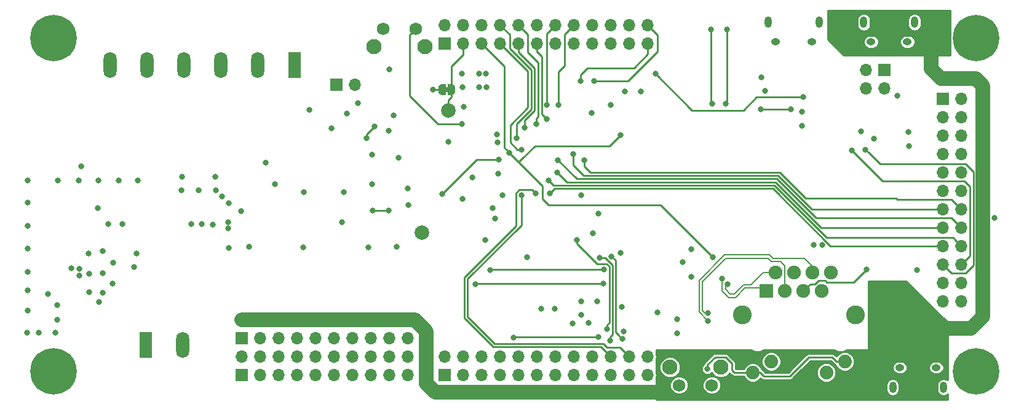
<source format=gbr>
%TF.GenerationSoftware,KiCad,Pcbnew,(5.0.2)-1*%
%TF.CreationDate,2019-05-26T18:44:39-03:00*%
%TF.ProjectId,dragonmanh7,64726167-6f6e-46d6-916e-68372e6b6963,rev?*%
%TF.SameCoordinates,Original*%
%TF.FileFunction,Copper,L4,Bot*%
%TF.FilePolarity,Positive*%
%FSLAX46Y46*%
G04 Gerber Fmt 4.6, Leading zero omitted, Abs format (unit mm)*
G04 Created by KiCad (PCBNEW (5.0.2)-1) date 26/05/2019 18:44:39*
%MOMM*%
%LPD*%
G01*
G04 APERTURE LIST*
%ADD10C,0.150000*%
%ADD11R,1.800000X3.600000*%
%ADD12O,1.800000X3.600000*%
%ADD13C,2.100000*%
%ADD14C,1.750000*%
%ADD15C,2.000000*%
%ADD16C,0.500000*%
%ADD17R,1.700000X1.700000*%
%ADD18O,1.700000X1.700000*%
%ADD19O,1.000000X1.550000*%
%ADD20O,1.250000X0.950000*%
%ADD21R,1.900000X1.900000*%
%ADD22C,1.900000*%
%ADD23C,1.890000*%
%ADD24C,2.600000*%
%ADD25C,0.800000*%
%ADD26C,6.400000*%
%ADD27C,0.250000*%
%ADD28C,2.000000*%
%ADD29C,0.200000*%
%ADD30C,0.254000*%
G04 APERTURE END LIST*
D10*
G36*
X116844000Y-39070000D02*
X117344000Y-39070000D01*
X117344000Y-39670000D01*
X116844000Y-39670000D01*
X116844000Y-39070000D01*
G37*
D11*
X75681840Y-74591820D03*
D12*
X80761840Y-74591820D03*
D11*
X96105980Y-36019740D03*
D12*
X91025980Y-36019740D03*
X85945980Y-36019740D03*
X80865980Y-36019740D03*
X75785980Y-36019740D03*
X70705980Y-36019740D03*
D13*
X147810940Y-77657160D03*
D14*
X149070940Y-80147160D03*
X153570940Y-80147160D03*
D13*
X154820940Y-77657160D03*
X114101160Y-33457680D03*
D14*
X112841160Y-30967680D03*
X108341160Y-30967680D03*
D13*
X107091160Y-33457680D03*
D15*
X113713260Y-59067700D03*
D16*
X117744000Y-39370000D03*
D10*
G36*
X117244000Y-38620000D02*
X117744000Y-38620000D01*
X117744000Y-38620602D01*
X117768534Y-38620602D01*
X117817365Y-38625412D01*
X117865490Y-38634984D01*
X117912445Y-38649228D01*
X117957778Y-38668005D01*
X118001051Y-38691136D01*
X118041850Y-38718396D01*
X118079779Y-38749524D01*
X118114476Y-38784221D01*
X118145604Y-38822150D01*
X118172864Y-38862949D01*
X118195995Y-38906222D01*
X118214772Y-38951555D01*
X118229016Y-38998510D01*
X118238588Y-39046635D01*
X118243398Y-39095466D01*
X118243398Y-39120000D01*
X118244000Y-39120000D01*
X118244000Y-39620000D01*
X118243398Y-39620000D01*
X118243398Y-39644534D01*
X118238588Y-39693365D01*
X118229016Y-39741490D01*
X118214772Y-39788445D01*
X118195995Y-39833778D01*
X118172864Y-39877051D01*
X118145604Y-39917850D01*
X118114476Y-39955779D01*
X118079779Y-39990476D01*
X118041850Y-40021604D01*
X118001051Y-40048864D01*
X117957778Y-40071995D01*
X117912445Y-40090772D01*
X117865490Y-40105016D01*
X117817365Y-40114588D01*
X117768534Y-40119398D01*
X117744000Y-40119398D01*
X117744000Y-40120000D01*
X117244000Y-40120000D01*
X117244000Y-38620000D01*
X117244000Y-38620000D01*
G37*
D16*
X116444000Y-39370000D03*
D10*
G36*
X116444000Y-40119398D02*
X116419466Y-40119398D01*
X116370635Y-40114588D01*
X116322510Y-40105016D01*
X116275555Y-40090772D01*
X116230222Y-40071995D01*
X116186949Y-40048864D01*
X116146150Y-40021604D01*
X116108221Y-39990476D01*
X116073524Y-39955779D01*
X116042396Y-39917850D01*
X116015136Y-39877051D01*
X115992005Y-39833778D01*
X115973228Y-39788445D01*
X115958984Y-39741490D01*
X115949412Y-39693365D01*
X115944602Y-39644534D01*
X115944602Y-39620000D01*
X115944000Y-39620000D01*
X115944000Y-39120000D01*
X115944602Y-39120000D01*
X115944602Y-39095466D01*
X115949412Y-39046635D01*
X115958984Y-38998510D01*
X115973228Y-38951555D01*
X115992005Y-38906222D01*
X116015136Y-38862949D01*
X116042396Y-38822150D01*
X116073524Y-38784221D01*
X116108221Y-38749524D01*
X116146150Y-38718396D01*
X116186949Y-38691136D01*
X116230222Y-38668005D01*
X116275555Y-38649228D01*
X116322510Y-38634984D01*
X116370635Y-38625412D01*
X116419466Y-38620602D01*
X116444000Y-38620602D01*
X116444000Y-38620000D01*
X116944000Y-38620000D01*
X116944000Y-40120000D01*
X116444000Y-40120000D01*
X116444000Y-40119398D01*
X116444000Y-40119398D01*
G37*
D15*
X117304820Y-42224960D03*
D17*
X116840000Y-33020000D03*
D18*
X116840000Y-30480000D03*
X119380000Y-33020000D03*
X119380000Y-30480000D03*
X121920000Y-33020000D03*
X121920000Y-30480000D03*
X124460000Y-33020000D03*
X124460000Y-30480000D03*
X127000000Y-33020000D03*
X127000000Y-30480000D03*
X129540000Y-33020000D03*
X129540000Y-30480000D03*
X132080000Y-33020000D03*
X132080000Y-30480000D03*
X134620000Y-33020000D03*
X134620000Y-30480000D03*
X137160000Y-33020000D03*
X137160000Y-30480000D03*
X139700000Y-33020000D03*
X139700000Y-30480000D03*
X142240000Y-33020000D03*
X142240000Y-30480000D03*
X144780000Y-33020000D03*
X144780000Y-30480000D03*
D19*
X174503200Y-30091400D03*
X181503200Y-30091400D03*
D20*
X180503200Y-32791400D03*
X175503200Y-32791400D03*
D19*
X185491000Y-80424000D03*
X178491000Y-80424000D03*
D20*
X179491000Y-77724000D03*
X184491000Y-77724000D03*
D19*
X161346000Y-30066000D03*
X168346000Y-30066000D03*
D20*
X167346000Y-32766000D03*
X162346000Y-32766000D03*
D21*
X161112200Y-67170300D03*
D22*
X162382200Y-64630300D03*
X163652200Y-67170300D03*
X164922200Y-64630300D03*
X166192200Y-67170300D03*
X167462200Y-64630300D03*
X168732200Y-67170300D03*
X170002200Y-64630300D03*
D23*
X171882200Y-76890300D03*
X169342200Y-78410300D03*
X161772200Y-76890300D03*
X159232200Y-78410300D03*
D24*
X157782200Y-70460300D03*
X173332200Y-70460300D03*
D17*
X88900000Y-78740000D03*
D18*
X88900000Y-76200000D03*
X91440000Y-78740000D03*
X91440000Y-76200000D03*
X93980000Y-78740000D03*
X93980000Y-76200000D03*
X96520000Y-78740000D03*
X96520000Y-76200000D03*
X99060000Y-78740000D03*
X99060000Y-76200000D03*
X101600000Y-78740000D03*
X101600000Y-76200000D03*
X104140000Y-78740000D03*
X104140000Y-76200000D03*
X106680000Y-78740000D03*
X106680000Y-76200000D03*
X109220000Y-78740000D03*
X109220000Y-76200000D03*
X111760000Y-78740000D03*
X111760000Y-76200000D03*
D17*
X88900000Y-73660000D03*
D18*
X88900000Y-71120000D03*
X91440000Y-73660000D03*
X91440000Y-71120000D03*
X93980000Y-73660000D03*
X93980000Y-71120000D03*
X96520000Y-73660000D03*
X96520000Y-71120000D03*
X99060000Y-73660000D03*
X99060000Y-71120000D03*
X101600000Y-73660000D03*
X101600000Y-71120000D03*
X104140000Y-73660000D03*
X104140000Y-71120000D03*
X106680000Y-73660000D03*
X106680000Y-71120000D03*
X109220000Y-73660000D03*
X109220000Y-71120000D03*
X111760000Y-73660000D03*
X111760000Y-71120000D03*
D17*
X101942900Y-38658800D03*
D18*
X104482900Y-38658800D03*
D17*
X177302160Y-36695380D03*
D18*
X177302160Y-39235380D03*
X174762160Y-36695380D03*
X174762160Y-39235380D03*
D17*
X116840000Y-78740000D03*
D18*
X116840000Y-76200000D03*
X119380000Y-78740000D03*
X119380000Y-76200000D03*
X121920000Y-78740000D03*
X121920000Y-76200000D03*
X124460000Y-78740000D03*
X124460000Y-76200000D03*
X127000000Y-78740000D03*
X127000000Y-76200000D03*
X129540000Y-78740000D03*
X129540000Y-76200000D03*
X132080000Y-78740000D03*
X132080000Y-76200000D03*
X134620000Y-78740000D03*
X134620000Y-76200000D03*
X137160000Y-78740000D03*
X137160000Y-76200000D03*
X139700000Y-78740000D03*
X139700000Y-76200000D03*
X142240000Y-78740000D03*
X142240000Y-76200000D03*
X144780000Y-78740000D03*
X144780000Y-76200000D03*
X187960000Y-68580000D03*
X185420000Y-68580000D03*
X187960000Y-66040000D03*
X185420000Y-66040000D03*
X187960000Y-63500000D03*
X185420000Y-63500000D03*
X187960000Y-60960000D03*
X185420000Y-60960000D03*
X187960000Y-58420000D03*
X185420000Y-58420000D03*
X187960000Y-55880000D03*
X185420000Y-55880000D03*
X187960000Y-53340000D03*
X185420000Y-53340000D03*
X187960000Y-50800000D03*
X185420000Y-50800000D03*
X187960000Y-48260000D03*
X185420000Y-48260000D03*
X187960000Y-45720000D03*
X185420000Y-45720000D03*
X187960000Y-43180000D03*
X185420000Y-43180000D03*
X187960000Y-40640000D03*
D17*
X185420000Y-40640000D03*
D25*
X61294944Y-33955056D03*
X62992000Y-34658000D03*
X64689056Y-33955056D03*
X65392000Y-32258000D03*
X64689056Y-30560944D03*
X62992000Y-29858000D03*
X61294944Y-30560944D03*
X60592000Y-32258000D03*
D26*
X62992000Y-32258000D03*
X62992000Y-78232000D03*
D25*
X65392000Y-78232000D03*
X64689056Y-79929056D03*
X62992000Y-80632000D03*
X61294944Y-79929056D03*
X60592000Y-78232000D03*
X61294944Y-76534944D03*
X62992000Y-75832000D03*
X64689056Y-76534944D03*
X188294944Y-33955056D03*
X189992000Y-34658000D03*
X191689056Y-33955056D03*
X192392000Y-32258000D03*
X191689056Y-30560944D03*
X189992000Y-29858000D03*
X188294944Y-30560944D03*
X187592000Y-32258000D03*
D26*
X189992000Y-32258000D03*
X189992000Y-78232000D03*
D25*
X192392000Y-78232000D03*
X191689056Y-79929056D03*
X189992000Y-80632000D03*
X188294944Y-79929056D03*
X187592000Y-78232000D03*
X188294944Y-76534944D03*
X189992000Y-75832000D03*
X191689056Y-76534944D03*
X146080480Y-70073280D03*
X137967720Y-56436260D03*
X139629611Y-41456185D03*
X106293920Y-61153040D03*
X124741940Y-53964840D03*
X131993640Y-69565520D03*
X109166660Y-36558220D03*
X70520560Y-57914540D03*
X72425560Y-57937400D03*
X71120000Y-66116200D03*
X69761100Y-64693800D03*
X71132700Y-63271400D03*
X69697600Y-61620400D03*
X74422000Y-61976000D03*
X59349000Y-72898000D03*
X59436000Y-67056000D03*
X59436000Y-64516000D03*
X59436000Y-69850000D03*
X63246000Y-72898000D03*
X63497420Y-69085420D03*
X63497420Y-71117420D03*
X60960000Y-72898000D03*
X62230000Y-67564000D03*
X106845098Y-52438300D03*
X137831260Y-68569140D03*
X135582420Y-68582300D03*
X153451560Y-31074360D03*
X111770160Y-55316120D03*
X122547620Y-39024800D03*
X121513360Y-39024800D03*
X119220220Y-39032420D03*
X123766080Y-57190140D03*
X69761100Y-67386200D03*
X115189000Y-39370000D03*
X124124720Y-46682662D03*
X120629440Y-51516040D03*
X174086398Y-45151160D03*
X166030750Y-42384980D03*
X153629360Y-41287700D03*
X180670200Y-45189140D03*
X74549000Y-51943000D03*
X59436000Y-51943000D03*
X59436000Y-58166000D03*
X59436000Y-54991000D03*
X63528100Y-51914900D03*
X69116100Y-51914900D03*
X66392900Y-51914900D03*
X71910100Y-51914900D03*
X59436000Y-61341000D03*
X74018140Y-63847980D03*
X117302280Y-46548040D03*
X135590280Y-53901340D03*
X124035820Y-45587920D03*
X148778200Y-71015860D03*
X148778200Y-73019920D03*
X141183360Y-69319140D03*
X137021094Y-42568970D03*
X141607540Y-39616140D03*
X143809720Y-39601140D03*
X137190480Y-59174620D03*
X119265700Y-54477920D03*
X103359504Y-42679482D03*
X130136900Y-69598540D03*
X181838600Y-64231520D03*
X141043660Y-61882020D03*
X67818000Y-61976000D03*
X67830700Y-67297300D03*
X65405000Y-63982600D03*
X67840620Y-64747380D03*
X66506720Y-65065280D03*
X123451620Y-55694580D03*
X134414260Y-71645780D03*
X135600200Y-70457300D03*
X136624060Y-71513700D03*
X141433360Y-72728900D03*
X150746460Y-65173860D03*
X149563060Y-63200520D03*
X155646120Y-31074360D03*
X160957260Y-39540180D03*
X167640000Y-60764420D03*
X168750692Y-60811968D03*
X110454440Y-48780700D03*
X111749840Y-53022500D03*
X122512060Y-37149800D03*
X121531620Y-37149800D03*
X119204980Y-37157420D03*
X69189600Y-68707000D03*
X66522600Y-64058800D03*
X106849760Y-48378960D03*
X101269800Y-44729400D03*
X104835960Y-41221660D03*
X175921722Y-46134673D03*
X124180600Y-50990500D03*
X109743000Y-42911000D03*
X109093000Y-45085000D03*
X119413020Y-41744900D03*
X128135380Y-62501780D03*
X150749000Y-61386720D03*
X166032180Y-44404280D03*
X192529260Y-57061100D03*
X102943660Y-53533040D03*
X110185200Y-61023500D03*
X155501340Y-41292780D03*
X180710840Y-47155100D03*
X122384820Y-60111640D03*
X102704900Y-57685940D03*
X179120804Y-40259000D03*
X66776600Y-49961800D03*
X69088000Y-55753000D03*
X160416240Y-37721540D03*
X138653520Y-66146680D03*
X121032110Y-66174665D03*
X138709400Y-64160400D03*
X123058389Y-64231059D03*
X137937670Y-73484310D03*
X126329440Y-73553320D03*
X139174913Y-72377796D03*
X135041640Y-60078620D03*
X138176000Y-62611000D03*
X139603480Y-74033380D03*
X141287492Y-73787000D03*
X139776198Y-62382400D03*
X106941620Y-56073040D03*
X109141260Y-56062880D03*
X125737620Y-48107600D03*
X141038580Y-45633640D03*
X153723340Y-62478920D03*
X172819074Y-47751160D03*
X174752000Y-47650400D03*
X160294320Y-42092880D03*
X164495480Y-42097960D03*
X145806160Y-37203380D03*
X166141400Y-40411400D03*
X176735740Y-66438780D03*
X176735740Y-69347080D03*
X176735740Y-67497960D03*
X176735740Y-68473320D03*
X182753000Y-32131000D03*
X184658000Y-31115000D03*
X184658000Y-29337000D03*
X182880000Y-31115000D03*
X182880000Y-29337000D03*
X183769000Y-30226000D03*
X186055000Y-31115000D03*
X186055000Y-29337000D03*
X185293000Y-30226000D03*
X171173140Y-31635700D03*
X172509180Y-31635700D03*
X169857420Y-31658560D03*
X169903140Y-28829000D03*
X172509180Y-28806140D03*
X171084240Y-28829000D03*
X171173140Y-30299660D03*
X172486320Y-30276800D03*
X169857420Y-30276800D03*
X107155979Y-44450000D03*
X106056186Y-46084941D03*
X153055320Y-71264000D03*
X153055320Y-70214000D03*
X155755732Y-66182632D03*
X155013268Y-65440168D03*
X174876460Y-64190880D03*
X130822700Y-43402511D03*
X129443480Y-44127511D03*
X127835660Y-44594780D03*
X126682500Y-46073060D03*
X127370840Y-47645320D03*
X119171720Y-44091860D03*
X116476780Y-53784500D03*
X124218700Y-49055020D03*
X127351370Y-53952990D03*
X129313938Y-53662580D03*
X131307840Y-53710840D03*
X131135120Y-51925220D03*
X132341620Y-50787300D03*
X132417820Y-49095660D03*
X134495540Y-48280320D03*
X136032240Y-49096228D03*
X137388600Y-38227000D03*
X135518740Y-38210376D03*
X132483860Y-41502490D03*
X130900010Y-41471680D03*
X97403920Y-53540660D03*
X84879180Y-57967880D03*
X81922620Y-57937400D03*
X83365340Y-57937400D03*
X89916000Y-61087000D03*
X92146120Y-49425860D03*
X98191320Y-42169080D03*
X85217000Y-51434998D03*
X80645000Y-51435000D03*
X97309940Y-61153040D03*
X93451680Y-52392580D03*
X80601820Y-53266340D03*
X82931240Y-53284360D03*
X85298520Y-53276740D03*
X86144100Y-54122320D03*
X87049360Y-55027580D03*
X87039200Y-57629040D03*
X87039200Y-58497720D03*
X88767920Y-56164480D03*
X87068660Y-61188600D03*
X152976580Y-77896720D03*
D27*
X116444000Y-39370000D02*
X115189000Y-39370000D01*
X153451560Y-41109900D02*
X153629360Y-41287700D01*
X153451560Y-31074360D02*
X153451560Y-41109900D01*
X155646120Y-41148000D02*
X155501340Y-41292780D01*
X155646120Y-31074360D02*
X155646120Y-41148000D01*
X138653520Y-66146680D02*
X121060095Y-66146680D01*
X121060095Y-66146680D02*
X121032110Y-66174665D01*
X138709400Y-64160400D02*
X123129048Y-64160400D01*
X123129048Y-64160400D02*
X123058389Y-64231059D01*
X126398450Y-73484310D02*
X126329440Y-73553320D01*
X137937670Y-73484310D02*
X126398450Y-73484310D01*
X137821135Y-63423800D02*
X135041640Y-60644305D01*
X139115800Y-63423800D02*
X137821135Y-63423800D01*
X135041640Y-60644305D02*
X135041640Y-60078620D01*
X139467934Y-71519090D02*
X139467934Y-63775934D01*
X139174913Y-71812111D02*
X139467934Y-71519090D01*
X139467934Y-63775934D02*
X139115800Y-63423800D01*
X139174913Y-72377796D02*
X139174913Y-71812111D01*
X139918440Y-73152735D02*
X139603480Y-73467695D01*
X139603480Y-73467695D02*
X139603480Y-74033380D01*
X139918440Y-63590029D02*
X139918440Y-73152735D01*
X138939411Y-62611000D02*
X139918440Y-63590029D01*
X138176000Y-62611000D02*
X138939411Y-62611000D01*
X140383260Y-62989462D02*
X140176197Y-62782399D01*
X140176197Y-62782399D02*
X139776198Y-62382400D01*
X140383260Y-72838479D02*
X140383260Y-62989462D01*
X140887493Y-73342712D02*
X140383260Y-72838479D01*
X140887493Y-73387001D02*
X140887493Y-73342712D01*
X141287492Y-73787000D02*
X140887493Y-73387001D01*
X106941620Y-56073040D02*
X109131100Y-56073040D01*
X109131100Y-56073040D02*
X109141260Y-56062880D01*
X125053421Y-36153421D02*
X125053421Y-47423401D01*
X125337621Y-47707601D02*
X125737620Y-48107600D01*
X121920000Y-33020000D02*
X125053421Y-36153421D01*
X125053421Y-47423401D02*
X125337621Y-47707601D01*
X146514820Y-55270400D02*
X153323341Y-62078921D01*
X130309620Y-54477920D02*
X131102100Y-55270400D01*
X131102100Y-55270400D02*
X146514820Y-55270400D01*
X130309620Y-52679600D02*
X130309620Y-54477920D01*
X153323341Y-62078921D02*
X153723340Y-62478920D01*
X127001270Y-49371250D02*
X130309620Y-52679600D01*
X125737620Y-48107600D02*
X127001270Y-49371250D01*
X127487680Y-48884840D02*
X127001270Y-49371250D01*
X129237740Y-47134780D02*
X127487680Y-48884840D01*
X141038580Y-45633640D02*
X139537440Y-47134780D01*
X139537440Y-47134780D02*
X129237740Y-47134780D01*
X172830920Y-47751160D02*
X172819074Y-47751160D01*
X177054761Y-51975001D02*
X172830920Y-47751160D01*
X188334003Y-51975001D02*
X177054761Y-51975001D01*
X189135001Y-52775999D02*
X188334003Y-51975001D01*
X187960000Y-63500000D02*
X189135001Y-62324999D01*
X189135001Y-62324999D02*
X189135001Y-52775999D01*
X188524001Y-49624999D02*
X176726599Y-49624999D01*
X185420000Y-63500000D02*
X186595001Y-64675001D01*
X176726599Y-49624999D02*
X175151999Y-48050399D01*
X175151999Y-48050399D02*
X174752000Y-47650400D01*
X189598300Y-50699298D02*
X188524001Y-49624999D01*
X189598300Y-63600702D02*
X189598300Y-50699298D01*
X188524001Y-64675001D02*
X189598300Y-63600702D01*
X186595001Y-64675001D02*
X188524001Y-64675001D01*
X160294320Y-42092880D02*
X164490400Y-42092880D01*
X164490400Y-42092880D02*
X164495480Y-42097960D01*
X145806160Y-37203380D02*
X150837900Y-42235120D01*
X150837900Y-42235120D02*
X157914340Y-42235120D01*
X157914340Y-42235120D02*
X159738060Y-40411400D01*
X165575715Y-40411400D02*
X166141400Y-40411400D01*
X159738060Y-40411400D02*
X165575715Y-40411400D01*
X184658000Y-31115000D02*
X182880000Y-31115000D01*
X182880000Y-31115000D02*
X183769000Y-30226000D01*
X184658000Y-31115000D02*
X186055000Y-31115000D01*
X184658000Y-31115000D02*
X184658000Y-30861000D01*
X184658000Y-30861000D02*
X185293000Y-30226000D01*
X171173140Y-31635700D02*
X172509180Y-31635700D01*
X169857420Y-28874720D02*
X169903140Y-28829000D01*
X172509180Y-31635700D02*
X172509180Y-30299660D01*
X172509180Y-30299660D02*
X172486320Y-30276800D01*
X169857420Y-31658560D02*
X169857420Y-30276800D01*
X169857420Y-30276800D02*
X169857420Y-28874720D01*
D28*
X88900000Y-71120000D02*
X112712500Y-71120000D01*
X114305080Y-79890620D02*
X115534440Y-81119980D01*
X114305080Y-72712580D02*
X114305080Y-79890620D01*
X112712500Y-71120000D02*
X114305080Y-72712580D01*
X171610020Y-81119980D02*
X180340000Y-72390000D01*
X145434022Y-81119980D02*
X145461962Y-81147920D01*
X115534440Y-81119980D02*
X145434022Y-81119980D01*
X145461962Y-81147920D02*
X146679920Y-81147920D01*
X183769000Y-31958280D02*
X183769000Y-30226000D01*
X183769000Y-36522660D02*
X183769000Y-31958280D01*
X185127900Y-37881560D02*
X183769000Y-36522660D01*
X189969140Y-37881560D02*
X185127900Y-37881560D01*
X190929260Y-38841680D02*
X189969140Y-37881560D01*
X184774840Y-72293480D02*
X189293500Y-72293480D01*
X189293500Y-72293480D02*
X190929260Y-70657720D01*
X190929260Y-70657720D02*
X190929260Y-38841680D01*
D27*
X106056186Y-45549793D02*
X106056186Y-46084941D01*
X107155979Y-44450000D02*
X106056186Y-45549793D01*
D29*
X151854960Y-70063640D02*
X151854960Y-65664860D01*
X153055320Y-71264000D02*
X151854960Y-70063640D01*
X151854960Y-65664860D02*
X155344640Y-62175180D01*
X167462200Y-63792100D02*
X167462200Y-64630300D01*
X155344640Y-62175180D02*
X161515279Y-62175180D01*
X166339520Y-62669420D02*
X167462200Y-63792100D01*
X161515279Y-62175180D02*
X162009519Y-62669420D01*
X162009519Y-62669420D02*
X166339520Y-62669420D01*
X163652200Y-64948499D02*
X163652200Y-67170300D01*
X163632201Y-64928500D02*
X163652200Y-64948499D01*
X163632201Y-63678121D02*
X163632201Y-64928500D01*
X152641717Y-70214000D02*
X152304960Y-69877243D01*
X152304960Y-69877243D02*
X152304960Y-65851260D01*
X163052760Y-63098680D02*
X163632201Y-63678121D01*
X153055320Y-70214000D02*
X152641717Y-70214000D01*
X161328881Y-62625180D02*
X161802381Y-63098680D01*
X152304960Y-65851260D02*
X155531040Y-62625180D01*
X161802381Y-63098680D02*
X163052760Y-63098680D01*
X155531040Y-62625180D02*
X161328881Y-62625180D01*
X160657540Y-64630300D02*
X162382200Y-64630300D01*
X158977540Y-66310300D02*
X160657540Y-64630300D01*
X155463268Y-66475096D02*
X155463268Y-66928328D01*
X155755732Y-66182632D02*
X155463268Y-66475096D01*
X155463268Y-66928328D02*
X156125400Y-67590460D01*
X156125400Y-67590460D02*
X156645120Y-67590460D01*
X156645120Y-67590460D02*
X157925280Y-66310300D01*
X157925280Y-66310300D02*
X158977540Y-66310300D01*
X155013268Y-67114728D02*
X155939000Y-68040460D01*
X155013268Y-65440168D02*
X155013268Y-67114728D01*
X155939000Y-68040460D02*
X156831520Y-68040460D01*
X160702200Y-66760300D02*
X161112200Y-67170300D01*
X158111680Y-66760300D02*
X160702200Y-66760300D01*
X156831520Y-68040460D02*
X158111680Y-66760300D01*
D27*
X169396141Y-65947239D02*
X173120101Y-65947239D01*
X169173942Y-65725040D02*
X169396141Y-65947239D01*
X168254462Y-65725040D02*
X169173942Y-65725040D01*
X174476461Y-64590879D02*
X174876460Y-64190880D01*
X167759201Y-66220301D02*
X168254462Y-65725040D01*
X167142199Y-66220301D02*
X167759201Y-66220301D01*
X173120101Y-65947239D02*
X174476461Y-64590879D01*
X166192200Y-67170300D02*
X167142199Y-66220301D01*
X129540000Y-34222081D02*
X129540000Y-33020000D01*
X129599081Y-34222081D02*
X129540000Y-34222081D01*
X130175000Y-34798000D02*
X129599081Y-34222081D01*
X130822700Y-43402511D02*
X130175000Y-42754811D01*
X130175000Y-42754811D02*
X130175000Y-34798000D01*
X127849999Y-31329999D02*
X127000000Y-30480000D01*
X129443480Y-43350180D02*
X129667000Y-43126660D01*
X129667000Y-43126660D02*
X129667000Y-35643820D01*
X129443480Y-44127511D02*
X129443480Y-43350180D01*
X129667000Y-35643820D02*
X128259840Y-34236660D01*
X128259840Y-31739840D02*
X127849999Y-31329999D01*
X128259840Y-34236660D02*
X128259840Y-31739840D01*
X127835660Y-44594780D02*
X127835660Y-43573982D01*
X127835660Y-43573982D02*
X129170022Y-42239620D01*
X127000000Y-34222081D02*
X127000000Y-33020000D01*
X129170022Y-36392103D02*
X127000000Y-34222081D01*
X129170022Y-42239620D02*
X129170022Y-36392103D01*
X126682500Y-44090731D02*
X126682500Y-45507375D01*
X128720011Y-42053220D02*
X126682500Y-44090731D01*
X126682500Y-45507375D02*
X126682500Y-46073060D01*
X125760010Y-33683600D02*
X128720011Y-36643600D01*
X125760010Y-31780010D02*
X125760010Y-33683600D01*
X128720011Y-36643600D02*
X128720011Y-42053220D01*
X124460000Y-30480000D02*
X125760010Y-31780010D01*
X126805155Y-47645320D02*
X127370840Y-47645320D01*
X125835672Y-46675837D02*
X126805155Y-47645320D01*
X128270000Y-41866820D02*
X125835672Y-44301148D01*
X124460000Y-33020000D02*
X128270000Y-36830000D01*
X125835672Y-44301148D02*
X125835672Y-46675837D01*
X128270000Y-36830000D02*
X128270000Y-41866820D01*
X112841160Y-30967680D02*
X111966161Y-31842679D01*
X115846860Y-44091860D02*
X118606035Y-44091860D01*
X118606035Y-44091860D02*
X119171720Y-44091860D01*
X111966161Y-40211161D02*
X115846860Y-44091860D01*
X111966161Y-31842679D02*
X111966161Y-40211161D01*
X121206260Y-49055020D02*
X123653015Y-49055020D01*
X123653015Y-49055020D02*
X124218700Y-49055020D01*
X116476780Y-53784500D02*
X121206260Y-49055020D01*
X127351370Y-54518675D02*
X127351370Y-53952990D01*
X127351370Y-58090360D02*
X127351370Y-54518675D01*
X119979440Y-65462290D02*
X127351370Y-58090360D01*
X140942060Y-74902060D02*
X139170556Y-74902060D01*
X142240000Y-76200000D02*
X140942060Y-74902060D01*
X139170556Y-74902060D02*
X138662555Y-74394059D01*
X138662555Y-74394059D02*
X123695459Y-74394059D01*
X123695459Y-74394059D02*
X119979440Y-70678040D01*
X119979440Y-70678040D02*
X119979440Y-65462290D01*
X123509059Y-74844070D02*
X119529429Y-70864440D01*
X119529429Y-70864440D02*
X119529429Y-65275890D01*
X119529429Y-65275890D02*
X126606300Y-58199020D01*
X126606300Y-58199020D02*
X126606300Y-53672740D01*
X127081280Y-53197760D02*
X128849118Y-53197760D01*
X126606300Y-53672740D02*
X127081280Y-53197760D01*
X138344070Y-74844070D02*
X123509059Y-74844070D01*
X139700000Y-76200000D02*
X138344070Y-74844070D01*
X128913939Y-53262581D02*
X129313938Y-53662580D01*
X128849118Y-53197760D02*
X128913939Y-53262581D01*
X131994025Y-53024655D02*
X161988685Y-53024655D01*
X131307840Y-53710840D02*
X131994025Y-53024655D01*
X161988685Y-53024655D02*
X169924030Y-60960000D01*
X184217919Y-60960000D02*
X185420000Y-60960000D01*
X169924030Y-60960000D02*
X184217919Y-60960000D01*
X186784999Y-59784999D02*
X187110001Y-60110001D01*
X169385438Y-59784999D02*
X186784999Y-59784999D01*
X187110001Y-60110001D02*
X187960000Y-60960000D01*
X162175084Y-52574644D02*
X169385438Y-59784999D01*
X131784544Y-52574644D02*
X162175084Y-52574644D01*
X131135120Y-51925220D02*
X131784544Y-52574644D01*
X184217919Y-58420000D02*
X185420000Y-58420000D01*
X168656851Y-58420000D02*
X184217919Y-58420000D01*
X162361484Y-52124633D02*
X168656851Y-58420000D01*
X133678953Y-52124633D02*
X162361484Y-52124633D01*
X132341620Y-50787300D02*
X133678953Y-52124633D01*
X132417820Y-49095660D02*
X134996782Y-51674622D01*
X134996782Y-51674622D02*
X162547884Y-51674622D01*
X162547884Y-51674622D02*
X167928262Y-57055001D01*
X167928262Y-57055001D02*
X186595001Y-57055001D01*
X186595001Y-57055001D02*
X187110001Y-57570001D01*
X187110001Y-57570001D02*
X187960000Y-58420000D01*
X184217919Y-55880000D02*
X185420000Y-55880000D01*
X167389673Y-55880000D02*
X184217919Y-55880000D01*
X162734284Y-51224611D02*
X167389673Y-55880000D01*
X135908211Y-51224611D02*
X162734284Y-51224611D01*
X134495540Y-48280320D02*
X134495540Y-49811940D01*
X134495540Y-49811940D02*
X135908211Y-51224611D01*
X136032240Y-49951640D02*
X136032240Y-49096228D01*
X136855200Y-50774600D02*
X136032240Y-49951640D01*
X186595001Y-54515001D02*
X179096921Y-54515001D01*
X187960000Y-55880000D02*
X186595001Y-54515001D01*
X179096921Y-54515001D02*
X178970940Y-54389020D01*
X178970940Y-54389020D02*
X166535103Y-54389020D01*
X166535103Y-54389020D02*
X162920683Y-50774600D01*
X162920683Y-50774600D02*
X136855200Y-50774600D01*
X146103340Y-34129980D02*
X142006320Y-38227000D01*
X142006320Y-38227000D02*
X137954285Y-38227000D01*
X144780000Y-30480000D02*
X146103340Y-31803340D01*
X137954285Y-38227000D02*
X137388600Y-38227000D01*
X146103340Y-31803340D02*
X146103340Y-34129980D01*
X135481060Y-37373560D02*
X135481060Y-38172696D01*
X136481820Y-36372800D02*
X135481060Y-37373560D01*
X142902940Y-36372800D02*
X136481820Y-36372800D01*
X135481060Y-38172696D02*
X135518740Y-38210376D01*
X144780000Y-33020000D02*
X144780000Y-34495740D01*
X144780000Y-34495740D02*
X142902940Y-36372800D01*
X133339391Y-31760609D02*
X134620000Y-30480000D01*
X133339391Y-36039611D02*
X133339391Y-31760609D01*
X132483860Y-36895142D02*
X133339391Y-36039611D01*
X132483860Y-41502490D02*
X132483860Y-36895142D01*
X130900010Y-31659990D02*
X130900010Y-40905995D01*
X132080000Y-30480000D02*
X130900010Y-31659990D01*
X130900010Y-40905995D02*
X130900010Y-41471680D01*
X170771240Y-76890300D02*
X170157140Y-76276200D01*
X166938960Y-76276200D02*
X164338000Y-78877160D01*
X171882200Y-76890300D02*
X170771240Y-76890300D01*
X164338000Y-78877160D02*
X160723580Y-78877160D01*
X170157140Y-76276200D02*
X166938960Y-76276200D01*
X160256720Y-78410300D02*
X159232200Y-78410300D01*
X160723580Y-78877160D02*
X160256720Y-78410300D01*
X155480941Y-76282159D02*
X156329380Y-77130598D01*
X154025456Y-76282159D02*
X155480941Y-76282159D01*
X152976580Y-77896720D02*
X152976580Y-77331035D01*
X152976580Y-77331035D02*
X154025456Y-76282159D01*
X156329380Y-77130598D02*
X156329380Y-78056740D01*
X156682940Y-78410300D02*
X159232200Y-78410300D01*
X156329380Y-78056740D02*
X156682940Y-78410300D01*
X117729000Y-39385000D02*
X117744000Y-39370000D01*
X117744000Y-39370000D02*
X117744000Y-36180000D01*
X119380000Y-34544000D02*
X119380000Y-33020000D01*
X117744000Y-36180000D02*
X119380000Y-34544000D01*
X117744000Y-40371567D02*
X117744000Y-40157160D01*
X117304820Y-42224960D02*
X117304820Y-40810747D01*
X117304820Y-40810747D02*
X117744000Y-40371567D01*
X117744000Y-39370000D02*
X117744000Y-40157160D01*
D30*
G36*
X186021980Y-71454558D02*
X186021980Y-79444221D01*
X185834748Y-79319117D01*
X185491000Y-79250741D01*
X185147251Y-79319117D01*
X184855835Y-79513835D01*
X184661117Y-79805252D01*
X184610000Y-80062234D01*
X184610000Y-80785767D01*
X184661117Y-81042749D01*
X184855836Y-81334165D01*
X185147252Y-81528883D01*
X185491000Y-81597259D01*
X185834749Y-81528883D01*
X186021980Y-81403779D01*
X186021980Y-82094000D01*
X145972791Y-82094000D01*
X145971497Y-79897326D01*
X147814940Y-79897326D01*
X147814940Y-80396994D01*
X148006155Y-80858627D01*
X148359473Y-81211945D01*
X148821106Y-81403160D01*
X149320774Y-81403160D01*
X149782407Y-81211945D01*
X150135725Y-80858627D01*
X150326940Y-80396994D01*
X150326940Y-79897326D01*
X152314940Y-79897326D01*
X152314940Y-80396994D01*
X152506155Y-80858627D01*
X152859473Y-81211945D01*
X153321106Y-81403160D01*
X153820774Y-81403160D01*
X154282407Y-81211945D01*
X154635725Y-80858627D01*
X154826940Y-80396994D01*
X154826940Y-80062234D01*
X177610000Y-80062234D01*
X177610000Y-80785767D01*
X177661117Y-81042749D01*
X177855836Y-81334165D01*
X178147252Y-81528883D01*
X178491000Y-81597259D01*
X178834749Y-81528883D01*
X179126165Y-81334165D01*
X179320883Y-81042749D01*
X179372000Y-80785767D01*
X179372000Y-80062233D01*
X179320883Y-79805251D01*
X179126165Y-79513835D01*
X178834748Y-79319117D01*
X178491000Y-79250741D01*
X178147251Y-79319117D01*
X177855835Y-79513835D01*
X177661117Y-79805252D01*
X177610000Y-80062234D01*
X154826940Y-80062234D01*
X154826940Y-79897326D01*
X154635725Y-79435693D01*
X154282407Y-79082375D01*
X153820774Y-78891160D01*
X153321106Y-78891160D01*
X152859473Y-79082375D01*
X152506155Y-79435693D01*
X152314940Y-79897326D01*
X150326940Y-79897326D01*
X150135725Y-79435693D01*
X149782407Y-79082375D01*
X149320774Y-78891160D01*
X148821106Y-78891160D01*
X148359473Y-79082375D01*
X148006155Y-79435693D01*
X147814940Y-79897326D01*
X145971497Y-79897326D01*
X145971004Y-79062313D01*
X146035116Y-78740000D01*
X145970623Y-78415771D01*
X145970008Y-77372516D01*
X146379940Y-77372516D01*
X146379940Y-77941804D01*
X146597797Y-78467756D01*
X147000344Y-78870303D01*
X147526296Y-79088160D01*
X148095584Y-79088160D01*
X148621536Y-78870303D01*
X149024083Y-78467756D01*
X149241940Y-77941804D01*
X149241940Y-77741369D01*
X152195580Y-77741369D01*
X152195580Y-78052071D01*
X152314480Y-78339121D01*
X152534179Y-78558820D01*
X152821229Y-78677720D01*
X153131931Y-78677720D01*
X153418981Y-78558820D01*
X153579166Y-78398635D01*
X153607797Y-78467756D01*
X154010344Y-78870303D01*
X154536296Y-79088160D01*
X155105584Y-79088160D01*
X155631536Y-78870303D01*
X156029444Y-78472395D01*
X156289903Y-78732855D01*
X156318134Y-78775106D01*
X156485509Y-78886941D01*
X156633105Y-78916300D01*
X156682939Y-78926213D01*
X156732773Y-78916300D01*
X158006540Y-78916300D01*
X158108071Y-79161419D01*
X158481081Y-79534429D01*
X158968442Y-79736300D01*
X159495958Y-79736300D01*
X159983319Y-79534429D01*
X160324288Y-79193460D01*
X160330543Y-79199715D01*
X160358774Y-79241966D01*
X160439444Y-79295867D01*
X160526148Y-79353801D01*
X160723580Y-79393073D01*
X160773415Y-79383160D01*
X164288166Y-79383160D01*
X164338000Y-79393073D01*
X164387834Y-79383160D01*
X164387835Y-79383160D01*
X164535431Y-79353801D01*
X164702806Y-79241966D01*
X164731039Y-79199712D01*
X165784209Y-78146542D01*
X168016200Y-78146542D01*
X168016200Y-78674058D01*
X168218071Y-79161419D01*
X168591081Y-79534429D01*
X169078442Y-79736300D01*
X169605958Y-79736300D01*
X170093319Y-79534429D01*
X170466329Y-79161419D01*
X170668200Y-78674058D01*
X170668200Y-78146542D01*
X170466329Y-77659181D01*
X170093319Y-77286171D01*
X169605958Y-77084300D01*
X169078442Y-77084300D01*
X168591081Y-77286171D01*
X168218071Y-77659181D01*
X168016200Y-78146542D01*
X165784209Y-78146542D01*
X167148552Y-76782200D01*
X169947548Y-76782200D01*
X170378205Y-77212858D01*
X170406434Y-77255106D01*
X170448682Y-77283335D01*
X170573809Y-77366941D01*
X170650715Y-77382239D01*
X170758071Y-77641419D01*
X171131081Y-78014429D01*
X171618442Y-78216300D01*
X172145958Y-78216300D01*
X172633319Y-78014429D01*
X172923748Y-77724000D01*
X178468230Y-77724000D01*
X178534666Y-78057995D01*
X178723858Y-78341142D01*
X179007005Y-78530334D01*
X179256692Y-78580000D01*
X179725308Y-78580000D01*
X179974995Y-78530334D01*
X180258142Y-78341142D01*
X180447334Y-78057995D01*
X180513770Y-77724000D01*
X183468230Y-77724000D01*
X183534666Y-78057995D01*
X183723858Y-78341142D01*
X184007005Y-78530334D01*
X184256692Y-78580000D01*
X184725308Y-78580000D01*
X184974995Y-78530334D01*
X185258142Y-78341142D01*
X185447334Y-78057995D01*
X185513770Y-77724000D01*
X185447334Y-77390005D01*
X185258142Y-77106858D01*
X184974995Y-76917666D01*
X184725308Y-76868000D01*
X184256692Y-76868000D01*
X184007005Y-76917666D01*
X183723858Y-77106858D01*
X183534666Y-77390005D01*
X183468230Y-77724000D01*
X180513770Y-77724000D01*
X180447334Y-77390005D01*
X180258142Y-77106858D01*
X179974995Y-76917666D01*
X179725308Y-76868000D01*
X179256692Y-76868000D01*
X179007005Y-76917666D01*
X178723858Y-77106858D01*
X178534666Y-77390005D01*
X178468230Y-77724000D01*
X172923748Y-77724000D01*
X173006329Y-77641419D01*
X173208200Y-77154058D01*
X173208200Y-76626542D01*
X173006329Y-76139181D01*
X172633319Y-75766171D01*
X172145958Y-75564300D01*
X171618442Y-75564300D01*
X171131081Y-75766171D01*
X170758071Y-76139181D01*
X170751522Y-76154991D01*
X170550178Y-75953647D01*
X170521946Y-75911394D01*
X170354571Y-75799559D01*
X170206975Y-75770200D01*
X170206974Y-75770200D01*
X170157140Y-75760287D01*
X170107306Y-75770200D01*
X166988794Y-75770200D01*
X166938960Y-75760287D01*
X166889126Y-75770200D01*
X166889125Y-75770200D01*
X166741529Y-75799559D01*
X166574154Y-75911394D01*
X166545923Y-75953645D01*
X164128409Y-78371160D01*
X160933172Y-78371160D01*
X160649758Y-78087747D01*
X160621526Y-78045494D01*
X160476094Y-77948321D01*
X160356329Y-77659181D01*
X159983319Y-77286171D01*
X159495958Y-77084300D01*
X158968442Y-77084300D01*
X158481081Y-77286171D01*
X158108071Y-77659181D01*
X158006540Y-77904300D01*
X156892532Y-77904300D01*
X156835380Y-77847149D01*
X156835380Y-77180432D01*
X156845293Y-77130598D01*
X156821001Y-77008478D01*
X156806021Y-76933167D01*
X156694186Y-76765792D01*
X156651936Y-76737562D01*
X156540916Y-76626542D01*
X160446200Y-76626542D01*
X160446200Y-77154058D01*
X160648071Y-77641419D01*
X161021081Y-78014429D01*
X161508442Y-78216300D01*
X162035958Y-78216300D01*
X162523319Y-78014429D01*
X162896329Y-77641419D01*
X163098200Y-77154058D01*
X163098200Y-76626542D01*
X162896329Y-76139181D01*
X162523319Y-75766171D01*
X162035958Y-75564300D01*
X161508442Y-75564300D01*
X161021081Y-75766171D01*
X160648071Y-76139181D01*
X160446200Y-76626542D01*
X156540916Y-76626542D01*
X155873979Y-75959606D01*
X155845747Y-75917353D01*
X155678372Y-75805518D01*
X155530776Y-75776159D01*
X155530775Y-75776159D01*
X155480941Y-75766246D01*
X155431107Y-75776159D01*
X154075291Y-75776159D01*
X154025456Y-75766246D01*
X153828024Y-75805518D01*
X153773237Y-75842126D01*
X153660650Y-75917353D01*
X153632419Y-75959604D01*
X152654025Y-76937999D01*
X152611775Y-76966229D01*
X152530745Y-77087501D01*
X152499940Y-77133604D01*
X152466354Y-77302445D01*
X152314480Y-77454319D01*
X152195580Y-77741369D01*
X149241940Y-77741369D01*
X149241940Y-77372516D01*
X149024083Y-76846564D01*
X148621536Y-76444017D01*
X148095584Y-76226160D01*
X147526296Y-76226160D01*
X147000344Y-76444017D01*
X146597797Y-76846564D01*
X146379940Y-77372516D01*
X145970008Y-77372516D01*
X145969511Y-76529817D01*
X146035116Y-76200000D01*
X145969121Y-75868223D01*
X145968793Y-75311000D01*
X158947543Y-75311000D01*
X159443182Y-75516300D01*
X160241218Y-75516300D01*
X160736857Y-75311000D01*
X170377543Y-75311000D01*
X170873182Y-75516300D01*
X171671218Y-75516300D01*
X172166857Y-75311000D01*
X174981934Y-75311000D01*
X175030535Y-75301333D01*
X175071737Y-75273803D01*
X175099267Y-75232601D01*
X175108934Y-75184019D01*
X175110323Y-65761394D01*
X180325521Y-65759872D01*
X186021980Y-71454558D01*
X186021980Y-71454558D01*
G37*
X186021980Y-71454558D02*
X186021980Y-79444221D01*
X185834748Y-79319117D01*
X185491000Y-79250741D01*
X185147251Y-79319117D01*
X184855835Y-79513835D01*
X184661117Y-79805252D01*
X184610000Y-80062234D01*
X184610000Y-80785767D01*
X184661117Y-81042749D01*
X184855836Y-81334165D01*
X185147252Y-81528883D01*
X185491000Y-81597259D01*
X185834749Y-81528883D01*
X186021980Y-81403779D01*
X186021980Y-82094000D01*
X145972791Y-82094000D01*
X145971497Y-79897326D01*
X147814940Y-79897326D01*
X147814940Y-80396994D01*
X148006155Y-80858627D01*
X148359473Y-81211945D01*
X148821106Y-81403160D01*
X149320774Y-81403160D01*
X149782407Y-81211945D01*
X150135725Y-80858627D01*
X150326940Y-80396994D01*
X150326940Y-79897326D01*
X152314940Y-79897326D01*
X152314940Y-80396994D01*
X152506155Y-80858627D01*
X152859473Y-81211945D01*
X153321106Y-81403160D01*
X153820774Y-81403160D01*
X154282407Y-81211945D01*
X154635725Y-80858627D01*
X154826940Y-80396994D01*
X154826940Y-80062234D01*
X177610000Y-80062234D01*
X177610000Y-80785767D01*
X177661117Y-81042749D01*
X177855836Y-81334165D01*
X178147252Y-81528883D01*
X178491000Y-81597259D01*
X178834749Y-81528883D01*
X179126165Y-81334165D01*
X179320883Y-81042749D01*
X179372000Y-80785767D01*
X179372000Y-80062233D01*
X179320883Y-79805251D01*
X179126165Y-79513835D01*
X178834748Y-79319117D01*
X178491000Y-79250741D01*
X178147251Y-79319117D01*
X177855835Y-79513835D01*
X177661117Y-79805252D01*
X177610000Y-80062234D01*
X154826940Y-80062234D01*
X154826940Y-79897326D01*
X154635725Y-79435693D01*
X154282407Y-79082375D01*
X153820774Y-78891160D01*
X153321106Y-78891160D01*
X152859473Y-79082375D01*
X152506155Y-79435693D01*
X152314940Y-79897326D01*
X150326940Y-79897326D01*
X150135725Y-79435693D01*
X149782407Y-79082375D01*
X149320774Y-78891160D01*
X148821106Y-78891160D01*
X148359473Y-79082375D01*
X148006155Y-79435693D01*
X147814940Y-79897326D01*
X145971497Y-79897326D01*
X145971004Y-79062313D01*
X146035116Y-78740000D01*
X145970623Y-78415771D01*
X145970008Y-77372516D01*
X146379940Y-77372516D01*
X146379940Y-77941804D01*
X146597797Y-78467756D01*
X147000344Y-78870303D01*
X147526296Y-79088160D01*
X148095584Y-79088160D01*
X148621536Y-78870303D01*
X149024083Y-78467756D01*
X149241940Y-77941804D01*
X149241940Y-77741369D01*
X152195580Y-77741369D01*
X152195580Y-78052071D01*
X152314480Y-78339121D01*
X152534179Y-78558820D01*
X152821229Y-78677720D01*
X153131931Y-78677720D01*
X153418981Y-78558820D01*
X153579166Y-78398635D01*
X153607797Y-78467756D01*
X154010344Y-78870303D01*
X154536296Y-79088160D01*
X155105584Y-79088160D01*
X155631536Y-78870303D01*
X156029444Y-78472395D01*
X156289903Y-78732855D01*
X156318134Y-78775106D01*
X156485509Y-78886941D01*
X156633105Y-78916300D01*
X156682939Y-78926213D01*
X156732773Y-78916300D01*
X158006540Y-78916300D01*
X158108071Y-79161419D01*
X158481081Y-79534429D01*
X158968442Y-79736300D01*
X159495958Y-79736300D01*
X159983319Y-79534429D01*
X160324288Y-79193460D01*
X160330543Y-79199715D01*
X160358774Y-79241966D01*
X160439444Y-79295867D01*
X160526148Y-79353801D01*
X160723580Y-79393073D01*
X160773415Y-79383160D01*
X164288166Y-79383160D01*
X164338000Y-79393073D01*
X164387834Y-79383160D01*
X164387835Y-79383160D01*
X164535431Y-79353801D01*
X164702806Y-79241966D01*
X164731039Y-79199712D01*
X165784209Y-78146542D01*
X168016200Y-78146542D01*
X168016200Y-78674058D01*
X168218071Y-79161419D01*
X168591081Y-79534429D01*
X169078442Y-79736300D01*
X169605958Y-79736300D01*
X170093319Y-79534429D01*
X170466329Y-79161419D01*
X170668200Y-78674058D01*
X170668200Y-78146542D01*
X170466329Y-77659181D01*
X170093319Y-77286171D01*
X169605958Y-77084300D01*
X169078442Y-77084300D01*
X168591081Y-77286171D01*
X168218071Y-77659181D01*
X168016200Y-78146542D01*
X165784209Y-78146542D01*
X167148552Y-76782200D01*
X169947548Y-76782200D01*
X170378205Y-77212858D01*
X170406434Y-77255106D01*
X170448682Y-77283335D01*
X170573809Y-77366941D01*
X170650715Y-77382239D01*
X170758071Y-77641419D01*
X171131081Y-78014429D01*
X171618442Y-78216300D01*
X172145958Y-78216300D01*
X172633319Y-78014429D01*
X172923748Y-77724000D01*
X178468230Y-77724000D01*
X178534666Y-78057995D01*
X178723858Y-78341142D01*
X179007005Y-78530334D01*
X179256692Y-78580000D01*
X179725308Y-78580000D01*
X179974995Y-78530334D01*
X180258142Y-78341142D01*
X180447334Y-78057995D01*
X180513770Y-77724000D01*
X183468230Y-77724000D01*
X183534666Y-78057995D01*
X183723858Y-78341142D01*
X184007005Y-78530334D01*
X184256692Y-78580000D01*
X184725308Y-78580000D01*
X184974995Y-78530334D01*
X185258142Y-78341142D01*
X185447334Y-78057995D01*
X185513770Y-77724000D01*
X185447334Y-77390005D01*
X185258142Y-77106858D01*
X184974995Y-76917666D01*
X184725308Y-76868000D01*
X184256692Y-76868000D01*
X184007005Y-76917666D01*
X183723858Y-77106858D01*
X183534666Y-77390005D01*
X183468230Y-77724000D01*
X180513770Y-77724000D01*
X180447334Y-77390005D01*
X180258142Y-77106858D01*
X179974995Y-76917666D01*
X179725308Y-76868000D01*
X179256692Y-76868000D01*
X179007005Y-76917666D01*
X178723858Y-77106858D01*
X178534666Y-77390005D01*
X178468230Y-77724000D01*
X172923748Y-77724000D01*
X173006329Y-77641419D01*
X173208200Y-77154058D01*
X173208200Y-76626542D01*
X173006329Y-76139181D01*
X172633319Y-75766171D01*
X172145958Y-75564300D01*
X171618442Y-75564300D01*
X171131081Y-75766171D01*
X170758071Y-76139181D01*
X170751522Y-76154991D01*
X170550178Y-75953647D01*
X170521946Y-75911394D01*
X170354571Y-75799559D01*
X170206975Y-75770200D01*
X170206974Y-75770200D01*
X170157140Y-75760287D01*
X170107306Y-75770200D01*
X166988794Y-75770200D01*
X166938960Y-75760287D01*
X166889126Y-75770200D01*
X166889125Y-75770200D01*
X166741529Y-75799559D01*
X166574154Y-75911394D01*
X166545923Y-75953645D01*
X164128409Y-78371160D01*
X160933172Y-78371160D01*
X160649758Y-78087747D01*
X160621526Y-78045494D01*
X160476094Y-77948321D01*
X160356329Y-77659181D01*
X159983319Y-77286171D01*
X159495958Y-77084300D01*
X158968442Y-77084300D01*
X158481081Y-77286171D01*
X158108071Y-77659181D01*
X158006540Y-77904300D01*
X156892532Y-77904300D01*
X156835380Y-77847149D01*
X156835380Y-77180432D01*
X156845293Y-77130598D01*
X156821001Y-77008478D01*
X156806021Y-76933167D01*
X156694186Y-76765792D01*
X156651936Y-76737562D01*
X156540916Y-76626542D01*
X160446200Y-76626542D01*
X160446200Y-77154058D01*
X160648071Y-77641419D01*
X161021081Y-78014429D01*
X161508442Y-78216300D01*
X162035958Y-78216300D01*
X162523319Y-78014429D01*
X162896329Y-77641419D01*
X163098200Y-77154058D01*
X163098200Y-76626542D01*
X162896329Y-76139181D01*
X162523319Y-75766171D01*
X162035958Y-75564300D01*
X161508442Y-75564300D01*
X161021081Y-75766171D01*
X160648071Y-76139181D01*
X160446200Y-76626542D01*
X156540916Y-76626542D01*
X155873979Y-75959606D01*
X155845747Y-75917353D01*
X155678372Y-75805518D01*
X155530776Y-75776159D01*
X155530775Y-75776159D01*
X155480941Y-75766246D01*
X155431107Y-75776159D01*
X154075291Y-75776159D01*
X154025456Y-75766246D01*
X153828024Y-75805518D01*
X153773237Y-75842126D01*
X153660650Y-75917353D01*
X153632419Y-75959604D01*
X152654025Y-76937999D01*
X152611775Y-76966229D01*
X152530745Y-77087501D01*
X152499940Y-77133604D01*
X152466354Y-77302445D01*
X152314480Y-77454319D01*
X152195580Y-77741369D01*
X149241940Y-77741369D01*
X149241940Y-77372516D01*
X149024083Y-76846564D01*
X148621536Y-76444017D01*
X148095584Y-76226160D01*
X147526296Y-76226160D01*
X147000344Y-76444017D01*
X146597797Y-76846564D01*
X146379940Y-77372516D01*
X145970008Y-77372516D01*
X145969511Y-76529817D01*
X146035116Y-76200000D01*
X145969121Y-75868223D01*
X145968793Y-75311000D01*
X158947543Y-75311000D01*
X159443182Y-75516300D01*
X160241218Y-75516300D01*
X160736857Y-75311000D01*
X170377543Y-75311000D01*
X170873182Y-75516300D01*
X171671218Y-75516300D01*
X172166857Y-75311000D01*
X174981934Y-75311000D01*
X175030535Y-75301333D01*
X175071737Y-75273803D01*
X175099267Y-75232601D01*
X175108934Y-75184019D01*
X175110323Y-65761394D01*
X180325521Y-65759872D01*
X186021980Y-71454558D01*
G36*
X186436000Y-31543829D02*
X186365000Y-31900772D01*
X186365000Y-32615228D01*
X186436000Y-32972171D01*
X186436000Y-34671000D01*
X171756606Y-34671000D01*
X169877006Y-32791400D01*
X174446836Y-32791400D01*
X174464252Y-32968223D01*
X174515829Y-33138250D01*
X174599586Y-33294949D01*
X174712304Y-33432296D01*
X174849651Y-33545014D01*
X175006350Y-33628771D01*
X175176377Y-33680348D01*
X175308893Y-33693400D01*
X175697507Y-33693400D01*
X175830023Y-33680348D01*
X176000050Y-33628771D01*
X176156749Y-33545014D01*
X176294096Y-33432296D01*
X176406814Y-33294949D01*
X176490571Y-33138250D01*
X176542148Y-32968223D01*
X176559564Y-32791400D01*
X179446836Y-32791400D01*
X179464252Y-32968223D01*
X179515829Y-33138250D01*
X179599586Y-33294949D01*
X179712304Y-33432296D01*
X179849651Y-33545014D01*
X180006350Y-33628771D01*
X180176377Y-33680348D01*
X180308893Y-33693400D01*
X180697507Y-33693400D01*
X180830023Y-33680348D01*
X181000050Y-33628771D01*
X181156749Y-33545014D01*
X181294096Y-33432296D01*
X181406814Y-33294949D01*
X181490571Y-33138250D01*
X181542148Y-32968223D01*
X181559564Y-32791400D01*
X181542148Y-32614577D01*
X181490571Y-32444550D01*
X181406814Y-32287851D01*
X181294096Y-32150504D01*
X181156749Y-32037786D01*
X181000050Y-31954029D01*
X180830023Y-31902452D01*
X180697507Y-31889400D01*
X180308893Y-31889400D01*
X180176377Y-31902452D01*
X180006350Y-31954029D01*
X179849651Y-32037786D01*
X179712304Y-32150504D01*
X179599586Y-32287851D01*
X179515829Y-32444550D01*
X179464252Y-32614577D01*
X179446836Y-32791400D01*
X176559564Y-32791400D01*
X176542148Y-32614577D01*
X176490571Y-32444550D01*
X176406814Y-32287851D01*
X176294096Y-32150504D01*
X176156749Y-32037786D01*
X176000050Y-31954029D01*
X175830023Y-31902452D01*
X175697507Y-31889400D01*
X175308893Y-31889400D01*
X175176377Y-31902452D01*
X175006350Y-31954029D01*
X174849651Y-32037786D01*
X174712304Y-32150504D01*
X174599586Y-32287851D01*
X174515829Y-32444550D01*
X174464252Y-32614577D01*
X174446836Y-32791400D01*
X169877006Y-32791400D01*
X169545000Y-32459394D01*
X169545000Y-29770862D01*
X173576200Y-29770862D01*
X173576200Y-30411937D01*
X173589613Y-30548123D01*
X173642620Y-30722863D01*
X173728699Y-30883904D01*
X173844541Y-31025059D01*
X173985695Y-31140901D01*
X174146736Y-31226980D01*
X174321476Y-31279987D01*
X174503200Y-31297885D01*
X174684923Y-31279987D01*
X174859663Y-31226980D01*
X175020704Y-31140901D01*
X175161859Y-31025059D01*
X175277701Y-30883905D01*
X175363780Y-30722864D01*
X175416787Y-30548124D01*
X175430200Y-30411938D01*
X175430200Y-29770862D01*
X180576200Y-29770862D01*
X180576200Y-30411937D01*
X180589613Y-30548123D01*
X180642620Y-30722863D01*
X180728699Y-30883904D01*
X180844541Y-31025059D01*
X180985695Y-31140901D01*
X181146736Y-31226980D01*
X181321476Y-31279987D01*
X181503200Y-31297885D01*
X181684923Y-31279987D01*
X181859663Y-31226980D01*
X182020704Y-31140901D01*
X182161859Y-31025059D01*
X182277701Y-30883905D01*
X182363780Y-30722864D01*
X182416787Y-30548124D01*
X182430200Y-30411938D01*
X182430200Y-29770862D01*
X182416787Y-29634676D01*
X182363780Y-29459936D01*
X182277701Y-29298895D01*
X182161859Y-29157741D01*
X182020705Y-29041899D01*
X181859664Y-28955820D01*
X181684924Y-28902813D01*
X181503200Y-28884915D01*
X181321477Y-28902813D01*
X181146737Y-28955820D01*
X180985696Y-29041899D01*
X180844542Y-29157741D01*
X180728700Y-29298895D01*
X180642620Y-29459936D01*
X180589613Y-29634676D01*
X180576200Y-29770862D01*
X175430200Y-29770862D01*
X175416787Y-29634676D01*
X175363780Y-29459936D01*
X175277701Y-29298895D01*
X175161859Y-29157741D01*
X175020705Y-29041899D01*
X174859664Y-28955820D01*
X174684924Y-28902813D01*
X174503200Y-28884915D01*
X174321477Y-28902813D01*
X174146737Y-28955820D01*
X173985696Y-29041899D01*
X173844542Y-29157741D01*
X173728700Y-29298895D01*
X173642620Y-29459936D01*
X173589613Y-29634676D01*
X173576200Y-29770862D01*
X169545000Y-29770862D01*
X169545000Y-28442000D01*
X186436000Y-28442000D01*
X186436000Y-31543829D01*
X186436000Y-31543829D01*
G37*
X186436000Y-31543829D02*
X186365000Y-31900772D01*
X186365000Y-32615228D01*
X186436000Y-32972171D01*
X186436000Y-34671000D01*
X171756606Y-34671000D01*
X169877006Y-32791400D01*
X174446836Y-32791400D01*
X174464252Y-32968223D01*
X174515829Y-33138250D01*
X174599586Y-33294949D01*
X174712304Y-33432296D01*
X174849651Y-33545014D01*
X175006350Y-33628771D01*
X175176377Y-33680348D01*
X175308893Y-33693400D01*
X175697507Y-33693400D01*
X175830023Y-33680348D01*
X176000050Y-33628771D01*
X176156749Y-33545014D01*
X176294096Y-33432296D01*
X176406814Y-33294949D01*
X176490571Y-33138250D01*
X176542148Y-32968223D01*
X176559564Y-32791400D01*
X179446836Y-32791400D01*
X179464252Y-32968223D01*
X179515829Y-33138250D01*
X179599586Y-33294949D01*
X179712304Y-33432296D01*
X179849651Y-33545014D01*
X180006350Y-33628771D01*
X180176377Y-33680348D01*
X180308893Y-33693400D01*
X180697507Y-33693400D01*
X180830023Y-33680348D01*
X181000050Y-33628771D01*
X181156749Y-33545014D01*
X181294096Y-33432296D01*
X181406814Y-33294949D01*
X181490571Y-33138250D01*
X181542148Y-32968223D01*
X181559564Y-32791400D01*
X181542148Y-32614577D01*
X181490571Y-32444550D01*
X181406814Y-32287851D01*
X181294096Y-32150504D01*
X181156749Y-32037786D01*
X181000050Y-31954029D01*
X180830023Y-31902452D01*
X180697507Y-31889400D01*
X180308893Y-31889400D01*
X180176377Y-31902452D01*
X180006350Y-31954029D01*
X179849651Y-32037786D01*
X179712304Y-32150504D01*
X179599586Y-32287851D01*
X179515829Y-32444550D01*
X179464252Y-32614577D01*
X179446836Y-32791400D01*
X176559564Y-32791400D01*
X176542148Y-32614577D01*
X176490571Y-32444550D01*
X176406814Y-32287851D01*
X176294096Y-32150504D01*
X176156749Y-32037786D01*
X176000050Y-31954029D01*
X175830023Y-31902452D01*
X175697507Y-31889400D01*
X175308893Y-31889400D01*
X175176377Y-31902452D01*
X175006350Y-31954029D01*
X174849651Y-32037786D01*
X174712304Y-32150504D01*
X174599586Y-32287851D01*
X174515829Y-32444550D01*
X174464252Y-32614577D01*
X174446836Y-32791400D01*
X169877006Y-32791400D01*
X169545000Y-32459394D01*
X169545000Y-29770862D01*
X173576200Y-29770862D01*
X173576200Y-30411937D01*
X173589613Y-30548123D01*
X173642620Y-30722863D01*
X173728699Y-30883904D01*
X173844541Y-31025059D01*
X173985695Y-31140901D01*
X174146736Y-31226980D01*
X174321476Y-31279987D01*
X174503200Y-31297885D01*
X174684923Y-31279987D01*
X174859663Y-31226980D01*
X175020704Y-31140901D01*
X175161859Y-31025059D01*
X175277701Y-30883905D01*
X175363780Y-30722864D01*
X175416787Y-30548124D01*
X175430200Y-30411938D01*
X175430200Y-29770862D01*
X180576200Y-29770862D01*
X180576200Y-30411937D01*
X180589613Y-30548123D01*
X180642620Y-30722863D01*
X180728699Y-30883904D01*
X180844541Y-31025059D01*
X180985695Y-31140901D01*
X181146736Y-31226980D01*
X181321476Y-31279987D01*
X181503200Y-31297885D01*
X181684923Y-31279987D01*
X181859663Y-31226980D01*
X182020704Y-31140901D01*
X182161859Y-31025059D01*
X182277701Y-30883905D01*
X182363780Y-30722864D01*
X182416787Y-30548124D01*
X182430200Y-30411938D01*
X182430200Y-29770862D01*
X182416787Y-29634676D01*
X182363780Y-29459936D01*
X182277701Y-29298895D01*
X182161859Y-29157741D01*
X182020705Y-29041899D01*
X181859664Y-28955820D01*
X181684924Y-28902813D01*
X181503200Y-28884915D01*
X181321477Y-28902813D01*
X181146737Y-28955820D01*
X180985696Y-29041899D01*
X180844542Y-29157741D01*
X180728700Y-29298895D01*
X180642620Y-29459936D01*
X180589613Y-29634676D01*
X180576200Y-29770862D01*
X175430200Y-29770862D01*
X175416787Y-29634676D01*
X175363780Y-29459936D01*
X175277701Y-29298895D01*
X175161859Y-29157741D01*
X175020705Y-29041899D01*
X174859664Y-28955820D01*
X174684924Y-28902813D01*
X174503200Y-28884915D01*
X174321477Y-28902813D01*
X174146737Y-28955820D01*
X173985696Y-29041899D01*
X173844542Y-29157741D01*
X173728700Y-29298895D01*
X173642620Y-29459936D01*
X173589613Y-29634676D01*
X173576200Y-29770862D01*
X169545000Y-29770862D01*
X169545000Y-28442000D01*
X186436000Y-28442000D01*
X186436000Y-31543829D01*
M02*

</source>
